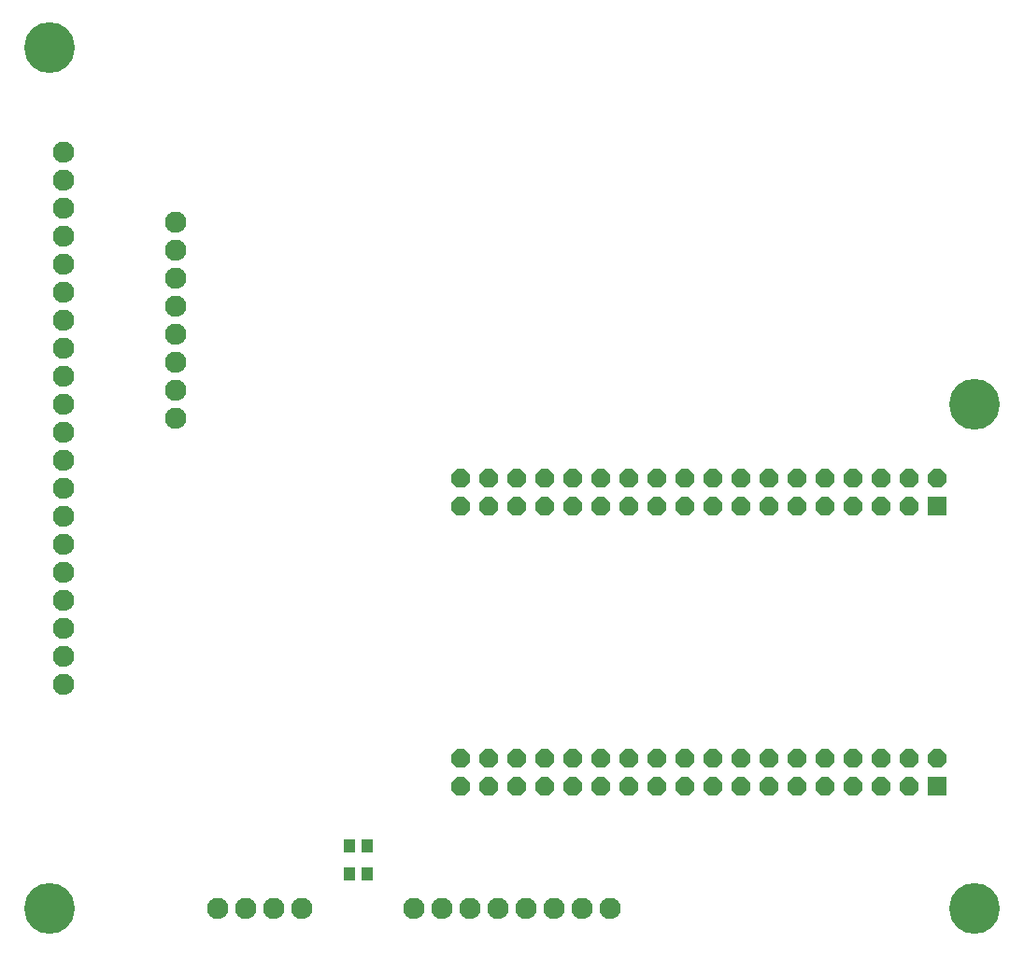
<source format=gbr>
G04 EAGLE Gerber RS-274X export*
G75*
%MOMM*%
%FSLAX34Y34*%
%LPD*%
%INSoldermask Bottom*%
%IPPOS*%
%AMOC8*
5,1,8,0,0,1.08239X$1,22.5*%
G01*
%ADD10C,1.930400*%
%ADD11R,1.102359X1.183641*%
%ADD12R,1.676400X1.676400*%
%ADD13P,1.814519X8X202.500000*%
%ADD14C,4.597400*%


D10*
X190500Y38100D03*
X215900Y38100D03*
X241300Y38100D03*
X266700Y38100D03*
X368300Y38100D03*
X393700Y38100D03*
X419100Y38100D03*
X444500Y38100D03*
X469900Y38100D03*
X495300Y38100D03*
X520700Y38100D03*
X546100Y38100D03*
X50800Y723900D03*
X50800Y698500D03*
X50800Y673100D03*
X50800Y647700D03*
X50800Y622300D03*
X50800Y596900D03*
X50800Y571500D03*
X50800Y546100D03*
X50800Y520700D03*
X50800Y495300D03*
X50800Y469900D03*
X50800Y444500D03*
X50800Y419100D03*
X50800Y393700D03*
X50800Y368300D03*
X50800Y342900D03*
X50800Y317500D03*
X50800Y292100D03*
X50800Y266700D03*
X50800Y241300D03*
D11*
X325501Y69850D03*
X309499Y69850D03*
X309499Y95250D03*
X325501Y95250D03*
D10*
X152400Y482600D03*
X152400Y508000D03*
X152400Y533400D03*
X152400Y558800D03*
X152400Y584200D03*
X152400Y609600D03*
X152400Y635000D03*
X152400Y660400D03*
D12*
X842600Y149600D03*
D13*
X842600Y175000D03*
X817200Y149600D03*
X817200Y175000D03*
X791800Y149600D03*
X791800Y175000D03*
X766400Y149600D03*
X766400Y175000D03*
X741000Y149600D03*
X741000Y175000D03*
X715600Y149600D03*
X715600Y175000D03*
X690200Y149600D03*
X690200Y175000D03*
X664800Y149600D03*
X664800Y175000D03*
X639400Y149600D03*
X639400Y175000D03*
X614000Y149600D03*
X614000Y175000D03*
X588600Y149600D03*
X588600Y175000D03*
X563200Y149600D03*
X563200Y175000D03*
X537800Y149600D03*
X537800Y175000D03*
X512400Y149600D03*
X512400Y175000D03*
X487000Y149600D03*
X487000Y175000D03*
X461600Y149600D03*
X461600Y175000D03*
X436200Y149600D03*
X436200Y175000D03*
X410800Y149600D03*
X410800Y175000D03*
D12*
X842600Y403600D03*
D13*
X842600Y429000D03*
X817200Y403600D03*
X817200Y429000D03*
X791800Y403600D03*
X791800Y429000D03*
X766400Y403600D03*
X766400Y429000D03*
X741000Y403600D03*
X741000Y429000D03*
X715600Y403600D03*
X715600Y429000D03*
X690200Y403600D03*
X690200Y429000D03*
X664800Y403600D03*
X664800Y429000D03*
X639400Y403600D03*
X639400Y429000D03*
X614000Y403600D03*
X614000Y429000D03*
X588600Y403600D03*
X588600Y429000D03*
X563200Y403600D03*
X563200Y429000D03*
X537800Y403600D03*
X537800Y429000D03*
X512400Y403600D03*
X512400Y429000D03*
X487000Y403600D03*
X487000Y429000D03*
X461600Y403600D03*
X461600Y429000D03*
X436200Y403600D03*
X436200Y429000D03*
X410800Y403600D03*
X410800Y429000D03*
D14*
X38100Y38100D03*
X876300Y38100D03*
X876300Y495300D03*
X38100Y819150D03*
M02*

</source>
